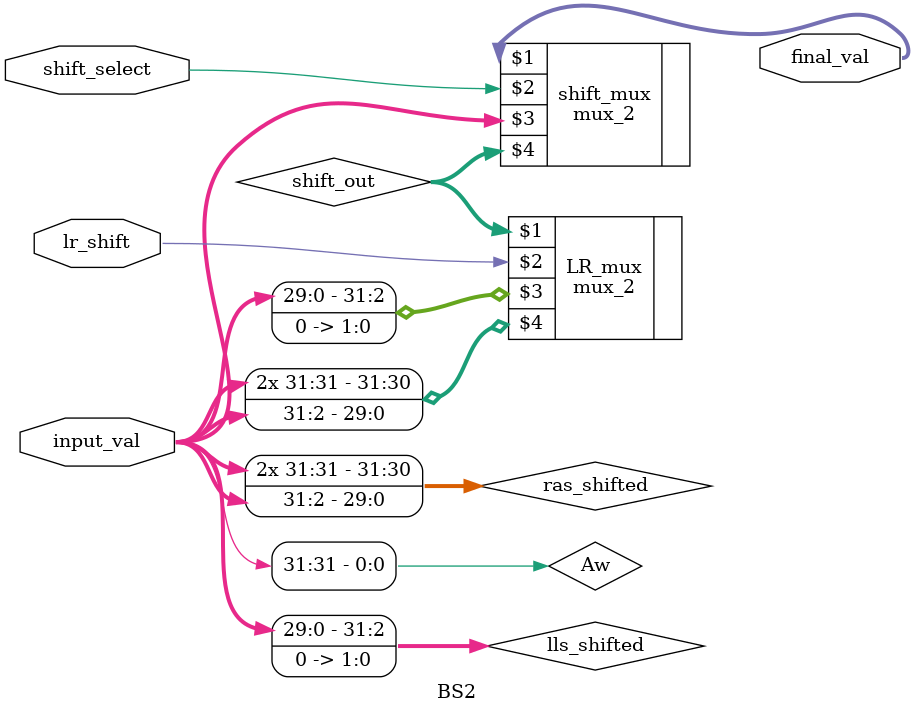
<source format=v>
module BS2(
    input shift_select,
    input lr_shift,
    input [31:0] input_val,
    output [31:0] final_val
);

// forgot bout mux select, naming is bad cuz had to switch vars and im dumb. output_val is the shifted value, final_valis 
//the mux output

wire [31:0] lls_shifted, ras_shifted, shift_out;

wire Aw;
assign Aw = input_val[31];

mux_2 LR_mux(shift_out,lr_shift, lls_shifted, ras_shifted);
mux_2 shift_mux(final_val, shift_select, input_val, shift_out);

//LLS shift
assign lls_shifted[0] = 1'b0; // LSB now zero
assign lls_shifted[1] = 1'b0;
assign lls_shifted[2] = input_val[0];
assign lls_shifted[3] = input_val[1];
assign lls_shifted[4] = input_val[2];
assign lls_shifted[5] = input_val[3];
assign lls_shifted[6] = input_val[4];
assign lls_shifted[7] = input_val[5];
assign lls_shifted[8] = input_val[6];
assign lls_shifted[9] = input_val[7];
assign lls_shifted[10] = input_val[8];
assign lls_shifted[11] = input_val[9];
assign lls_shifted[12] = input_val[10];
assign lls_shifted[13] = input_val[11];
assign lls_shifted[14] = input_val[12];
assign lls_shifted[15] = input_val[13];
assign lls_shifted[16] = input_val[14];
assign lls_shifted[17] = input_val[15];
assign lls_shifted[18] = input_val[16];
assign lls_shifted[19] = input_val[17];
assign lls_shifted[20] = input_val[18];
assign lls_shifted[21] = input_val[19];
assign lls_shifted[22] = input_val[20];
assign lls_shifted[23] = input_val[21];
assign lls_shifted[24] = input_val[22];
assign lls_shifted[25] = input_val[23];
assign lls_shifted[26] = input_val[24];
assign lls_shifted[27] = input_val[25];
assign lls_shifted[28] = input_val[26];
assign lls_shifted[29] = input_val[27];
assign lls_shifted[30] = input_val[28];
assign lls_shifted[31] = input_val[29];

// RAS shift
assign ras_shifted[0] = input_val[2];
assign ras_shifted[1] = input_val[3];
assign ras_shifted[2] = input_val[4];
assign ras_shifted[3] = input_val[5];
assign ras_shifted[4] = input_val[6];
assign ras_shifted[5] = input_val[7];
assign ras_shifted[6] = input_val[8];
assign ras_shifted[7] = input_val[9];
assign ras_shifted[8] = input_val[10];
assign ras_shifted[9] = input_val[11];
assign ras_shifted[10] = input_val[12];
assign ras_shifted[11] = input_val[13];
assign ras_shifted[12] = input_val[14];
assign ras_shifted[13] = input_val[15];
assign ras_shifted[14] = input_val[16];
assign ras_shifted[15] = input_val[17];
assign ras_shifted[16] = input_val[18];
assign ras_shifted[17] = input_val[19];
assign ras_shifted[18] = input_val[20];
assign ras_shifted[19] = input_val[21];
assign ras_shifted[20] = input_val[22];
assign ras_shifted[21] = input_val[23];
assign ras_shifted[22] = input_val[24];
assign ras_shifted[23] = input_val[25];
assign ras_shifted[24] = input_val[26];
assign ras_shifted[25] = input_val[27];
assign ras_shifted[26] = input_val[28];
assign ras_shifted[27] = input_val[29];
assign ras_shifted[28] = input_val[30];
assign ras_shifted[29] = input_val[31];
assign ras_shifted[30] = Aw;
assign ras_shifted[31] = Aw;


endmodule
</source>
